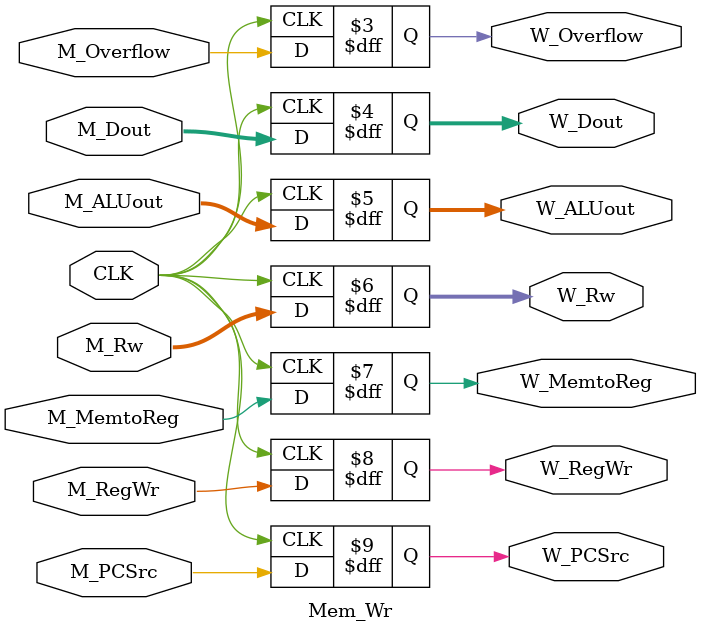
<source format=v>
`timescale 1ns / 1ps
module Mem_Wr(CLK,M_Dout,M_ALUout,M_MemtoReg,M_RegWr,M_Overflow,M_Rw,M_PCSrc,W_Overflow,W_Dout,W_ALUout,W_Rw,
W_MemtoReg,W_RegWr,W_PCSrc);
	 input CLK,M_Overflow;
	 input [31:0]M_Dout,M_ALUout;
	 input[4:0]M_Rw;
	 input M_MemtoReg,M_RegWr,M_PCSrc;
	 output reg W_Overflow;
	 output reg [31:0]W_Dout,W_ALUout;
	 output reg[4:0]W_Rw;
	 output reg W_MemtoReg,W_RegWr,W_PCSrc;
	 
	 always@(negedge CLK)
	 begin
		W_Overflow<=M_Overflow;
		W_Dout<=M_Dout;
		W_ALUout<=M_ALUout;
		W_Rw<=M_Rw;
		W_MemtoReg<=M_MemtoReg;
		W_RegWr<=M_RegWr;
		W_PCSrc<=M_PCSrc;
	end;
	
	initial begin
		W_Overflow=1'h0;
		W_Dout=32'h0;
		W_ALUout=32'h0;
		W_Rw=5'h0;
		W_MemtoReg=1'h0;
		W_RegWr=1'h0;
		W_PCSrc=1'h0;
	end;
	
endmodule

</source>
